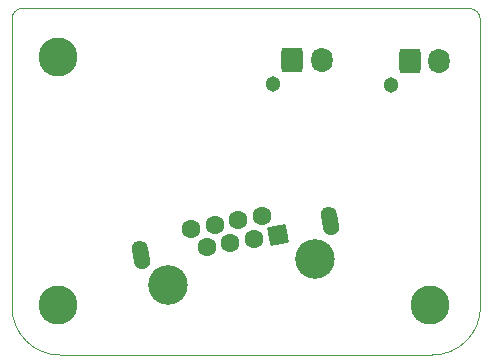
<source format=gbr>
G04 #@! TF.GenerationSoftware,KiCad,Pcbnew,(6.0.0)*
G04 #@! TF.CreationDate,2022-07-24T20:17:49-05:00*
G04 #@! TF.ProjectId,DriveByWireInputAltSTM32QFN28,44726976-6542-4795-9769-7265496e7075,rev?*
G04 #@! TF.SameCoordinates,Original*
G04 #@! TF.FileFunction,Soldermask,Bot*
G04 #@! TF.FilePolarity,Negative*
%FSLAX46Y46*%
G04 Gerber Fmt 4.6, Leading zero omitted, Abs format (unit mm)*
G04 Created by KiCad (PCBNEW (6.0.0)) date 2022-07-24 20:17:49*
%MOMM*%
%LPD*%
G01*
G04 APERTURE LIST*
G04 Aperture macros list*
%AMRoundRect*
0 Rectangle with rounded corners*
0 $1 Rounding radius*
0 $2 $3 $4 $5 $6 $7 $8 $9 X,Y pos of 4 corners*
0 Add a 4 corners polygon primitive as box body*
4,1,4,$2,$3,$4,$5,$6,$7,$8,$9,$2,$3,0*
0 Add four circle primitives for the rounded corners*
1,1,$1+$1,$2,$3*
1,1,$1+$1,$4,$5*
1,1,$1+$1,$6,$7*
1,1,$1+$1,$8,$9*
0 Add four rect primitives between the rounded corners*
20,1,$1+$1,$2,$3,$4,$5,0*
20,1,$1+$1,$4,$5,$6,$7,0*
20,1,$1+$1,$6,$7,$8,$9,0*
20,1,$1+$1,$8,$9,$2,$3,0*%
%AMHorizOval*
0 Thick line with rounded ends*
0 $1 width*
0 $2 $3 position (X,Y) of the first rounded end (center of the circle)*
0 $4 $5 position (X,Y) of the second rounded end (center of the circle)*
0 Add line between two ends*
20,1,$1,$2,$3,$4,$5,0*
0 Add two circle primitives to create the rounded ends*
1,1,$1,$2,$3*
1,1,$1,$4,$5*%
G04 Aperture macros list end*
G04 #@! TA.AperFunction,Profile*
%ADD10C,0.050000*%
G04 #@! TD*
%ADD11C,3.352000*%
%ADD12RoundRect,0.051000X-0.608370X-0.868842X0.868842X-0.608370X0.608370X0.868842X-0.868842X0.608370X0*%
%ADD13C,1.602000*%
%ADD14HorizOval,1.361000X-0.095767X0.543121X0.095767X-0.543121X0*%
%ADD15C,1.302000*%
%ADD16RoundRect,0.301000X-0.600000X-0.750000X0.600000X-0.750000X0.600000X0.750000X-0.600000X0.750000X0*%
%ADD17O,1.802000X2.102000*%
%ADD18C,3.302000*%
G04 APERTURE END LIST*
D10*
X132588000Y-110680500D02*
G75*
G03*
X136652000Y-114744500I4064000J0D01*
G01*
X172239940Y-86360000D02*
X172250164Y-110667800D01*
X132588000Y-110680500D02*
X132588000Y-86296602D01*
X172239940Y-86360000D02*
G75*
G03*
X171279873Y-85389743I-965162J5095D01*
G01*
X168153080Y-114744500D02*
G75*
G03*
X172250164Y-110667800I22733J4074289D01*
G01*
X171279820Y-85389720D02*
X133489685Y-85389720D01*
X133489685Y-85389720D02*
G75*
G03*
X132588000Y-86296602I0J-901700D01*
G01*
X168153080Y-114744500D02*
X136652000Y-114744500D01*
X132588000Y-110680500D02*
G75*
G03*
X136652000Y-114744500I4064000J0D01*
G01*
X172239940Y-86360000D02*
X172250164Y-110667800D01*
X132588000Y-110680500D02*
X132588000Y-86296602D01*
X172239940Y-86360000D02*
G75*
G03*
X171279873Y-85389743I-965162J5095D01*
G01*
X168153080Y-114744500D02*
G75*
G03*
X172250164Y-110667800I22733J4074289D01*
G01*
X171279820Y-85389720D02*
X133489685Y-85389720D01*
X133489685Y-85389720D02*
G75*
G03*
X132588000Y-86296602I0J-901700D01*
G01*
X168153080Y-114744500D02*
X136652000Y-114744500D01*
D11*
X158267765Y-106584015D03*
X145760706Y-108789346D03*
D12*
X155068547Y-104568939D03*
D13*
X153754950Y-102993103D03*
X153069388Y-104921445D03*
X151755790Y-103345608D03*
X151070228Y-105273951D03*
X149756630Y-103698114D03*
X149071068Y-105626457D03*
X147757470Y-104050620D03*
D14*
X143503830Y-106240577D03*
X159516804Y-103417058D03*
D15*
X164670000Y-91890000D03*
D16*
X166270000Y-89890000D03*
D17*
X168770000Y-89890000D03*
D18*
X136500000Y-110500000D03*
D15*
X154700000Y-91775000D03*
D16*
X156300000Y-89775000D03*
D17*
X158800000Y-89775000D03*
D18*
X168000000Y-110500000D03*
X136500000Y-89500000D03*
M02*

</source>
